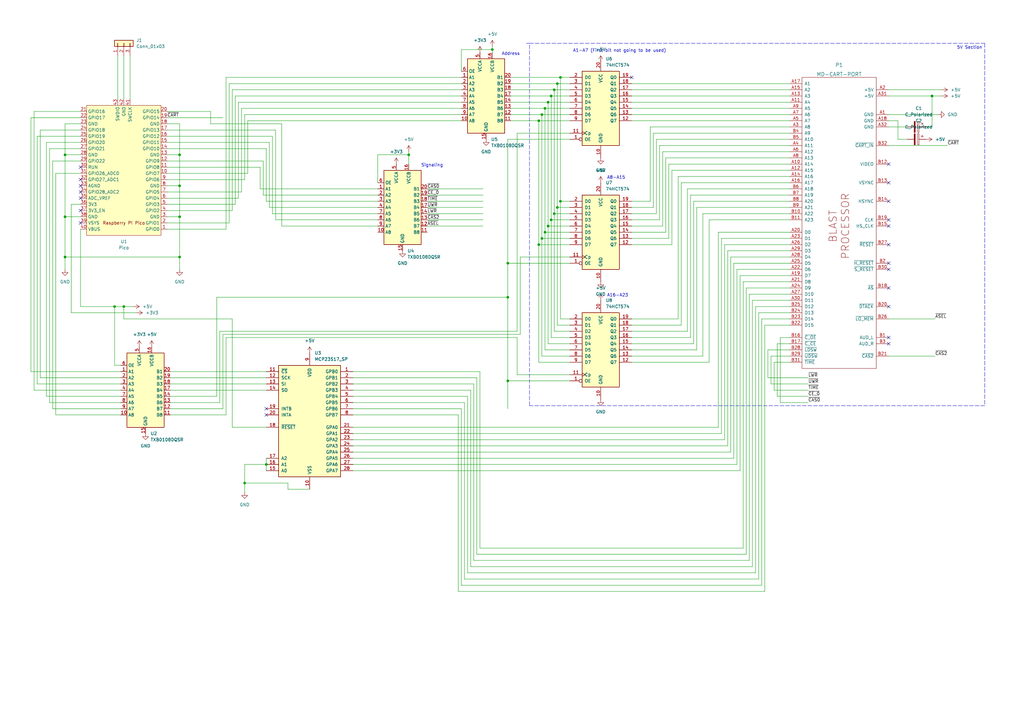
<source format=kicad_sch>
(kicad_sch (version 20211123) (generator eeschema)
  (paper "A3")
  (title_block (title "MD-Compatible Cartridge Dumper") (date "2022-02-08") (rev "A") (company "Team Digital Fairy") (comment 1 "This is a schematic file"))
  (lib_symbols
    (symbol "74xx:74HCT574" (pin_names (offset 1.016))
      (property "Reference" "U" (at -7.62 16.51 0))
      (property "Value" "74HCT574" (at -7.62 -16.51 0))
      (symbol "74HCT574_1_0"
        (pin input inverted (at -12.7 -12.7 0) (length 5.08) (name "OE") (number "1"))
        (pin power_in line (at 0 -20.32 90) (length 5.08) (name "GND") (number "10"))
        (pin input clock (at -12.7 -10.16 0) (length 5.08) (name "Cp") (number "11"))
        (pin tri_state line (at 12.7 -5.08 180) (length 5.08) (name "Q7") (number "12"))
        (pin tri_state line (at 12.7 -2.54 180) (length 5.08) (name "Q6") (number "13"))
        (pin tri_state line (at 12.7 0 180) (length 5.08) (name "Q5") (number "14"))
        (pin tri_state line (at 12.7 2.54 180) (length 5.08) (name "Q4") (number "15"))
        (pin tri_state line (at 12.7 5.08 180) (length 5.08) (name "Q3") (number "16"))
        (pin tri_state line (at 12.7 7.62 180) (length 5.08) (name "Q2") (number "17"))
        (pin tri_state line (at 12.7 10.16 180) (length 5.08) (name "Q1") (number "18"))
        (pin tri_state line (at 12.7 12.7 180) (length 5.08) (name "Q0") (number "19"))
        (pin input line (at -12.7 12.7 0) (length 5.08) (name "D0") (number "2"))
        (pin power_in line (at 0 20.32 270) (length 5.08) (name "VCC") (number "20"))
        (pin input line (at -12.7 10.16 0) (length 5.08) (name "D1") (number "3"))
        (pin input line (at -12.7 7.62 0) (length 5.08) (name "D2") (number "4"))
        (pin input line (at -12.7 5.08 0) (length 5.08) (name "D3") (number "5"))
        (pin input line (at -12.7 2.54 0) (length 5.08) (name "D4") (number "6"))
        (pin input line (at -12.7 0 0) (length 5.08) (name "D5") (number "7"))
        (pin input line (at -12.7 -2.54 0) (length 5.08) (name "D6") (number "8"))
        (pin input line (at -12.7 -5.08 0) (length 5.08) (name "D7") (number "9"))
      )
      (symbol "74HCT574_1_1"
        (rectangle (start -7.62 15.24) (end 7.62 -15.24) (stroke (width 0.254)) (fill (type background)))
      )
    )
    (symbol "Connector_Generic:Conn_01x03" (pin_names (offset 1.016) hide)
      (property "Reference" "J" (at 0 5.08 0))
      (property "Value" "Conn_01x03" (at 0 -5.08 0))
      (symbol "Conn_01x03_1_1"
        (rectangle (start -1.27 -2.413) (end 0 -2.667) (stroke (width 0.1524)))
        (rectangle (start -1.27 0.127) (end 0 -0.127) (stroke (width 0.1524)))
        (rectangle (start -1.27 2.667) (end 0 2.413) (stroke (width 0.1524)))
        (rectangle (start -1.27 3.81) (end 1.27 -3.81) (stroke (width 0.254)) (fill (type background)))
        (pin passive line (at -5.08 2.54 0) (length 3.81) (name "Pin_1") (number "1"))
        (pin passive line (at -5.08 0 0) (length 3.81) (name "Pin_2") (number "2"))
        (pin passive line (at -5.08 -2.54 0) (length 3.81) (name "Pin_3") (number "3"))
      )
    )
    (symbol "Device:C_Polarized" (pin_numbers hide) (pin_names (offset 0.254))
      (property "Reference" "C" (at 0.635 2.54 0))
      (property "Value" "C_Polarized" (at 0.635 -2.54 0))
      (symbol "C_Polarized_0_1"
        (rectangle (start -2.286 0.508) (end 2.286 1.016))
        (polyline (pts (xy -1.778 2.286) (xy -0.762 2.286)))
        (polyline (pts (xy -1.27 2.794) (xy -1.27 1.778)))
        (rectangle (start 2.286 -0.508) (end -2.286 -1.016) (fill (type outline)))
      )
      (symbol "C_Polarized_1_1"
        (pin passive line (at 0 3.81 270) (length 2.794) (name "~") (number "1"))
        (pin passive line (at 0 -3.81 90) (length 2.794) (name "~") (number "2"))
      )
    )
    (symbol "Interface_Expansion:MCP23S17_SP" (pin_names (offset 1.016))
      (property "Reference" "U" (at -11.43 24.13 0))
      (property "Value" "MCP23S17_SP" (at 0 0 0))
      (symbol "MCP23S17_SP_0_1"
        (rectangle (start -12.7 22.86) (end 12.7 -22.86) (stroke (width 0.254)) (fill (type background)))
      )
      (symbol "MCP23S17_SP_1_1"
        (pin bidirectional line (at 17.78 20.32 180) (length 5.08) (name "GPB0") (number "1"))
        (pin power_in line (at 0 -27.94 90) (length 5.08) (name "VSS") (number "10"))
        (pin input line (at -17.78 20.32 0) (length 5.08) (name "~{CS}") (number "11"))
        (pin input line (at -17.78 17.78 0) (length 5.08) (name "SCK") (number "12"))
        (pin input line (at -17.78 15.24 0) (length 5.08) (name "SI") (number "13"))
        (pin output line (at -17.78 12.7 0) (length 5.08) (name "SO") (number "14"))
        (pin input line (at -17.78 -20.32 0) (length 5.08) (name "A0") (number "15"))
        (pin input line (at -17.78 -17.78 0) (length 5.08) (name "A1") (number "16"))
        (pin input line (at -17.78 -15.24 0) (length 5.08) (name "A2") (number "17"))
        (pin input line (at -17.78 -2.54 0) (length 5.08) (name "~{RESET}") (number "18"))
        (pin tri_state line (at -17.78 5.08 0) (length 5.08) (name "INTB") (number "19"))
        (pin bidirectional line (at 17.78 17.78 180) (length 5.08) (name "GPB1") (number "2"))
        (pin tri_state line (at -17.78 2.54 0) (length 5.08) (name "INTA") (number "20"))
        (pin bidirectional line (at 17.78 -2.54 180) (length 5.08) (name "GPA0") (number "21"))
        (pin bidirectional line (at 17.78 -5.08 180) (length 5.08) (name "GPA1") (number "22"))
        (pin bidirectional line (at 17.78 -7.62 180) (length 5.08) (name "GPA2") (number "23"))
        (pin bidirectional line (at 17.78 -10.16 180) (length 5.08) (name "GPA3") (number "24"))
        (pin bidirectional line (at 17.78 -12.7 180) (length 5.08) (name "GPA4") (number "25"))
        (pin bidirectional line (at 17.78 -15.24 180) (length 5.08) (name "GPA5") (number "26"))
        (pin bidirectional line (at 17.78 -17.78 180) (length 5.08) (name "GPA6") (number "27"))
        (pin bidirectional line (at 17.78 -20.32 180) (length 5.08) (name "GPA7") (number "28"))
        (pin bidirectional line (at 17.78 15.24 180) (length 5.08) (name "GPB2") (number "3"))
        (pin bidirectional line (at 17.78 12.7 180) (length 5.08) (name "GPB3") (number "4"))
        (pin bidirectional line (at 17.78 10.16 180) (length 5.08) (name "GPB4") (number "5"))
        (pin bidirectional line (at 17.78 7.62 180) (length 5.08) (name "GPB5") (number "6"))
        (pin bidirectional line (at 17.78 5.08 180) (length 5.08) (name "GPB6") (number "7"))
        (pin bidirectional line (at 17.78 2.54 180) (length 5.08) (name "GPB7") (number "8"))
        (pin power_in line (at 0 27.94 270) (length 5.08) (name "VDD") (number "9"))
      )
    )
    (symbol "Logic_LevelTranslator:TXB0108DQSR"
      (property "Reference" "U" (at -6.35 16.51 0))
      (property "Value" "TXB0108DQSR" (at 3.81 16.51 0))
      (symbol "TXB0108DQSR_0_1"
        (rectangle (start -7.62 15.24) (end 7.62 -15.24) (stroke (width 0.254)) (fill (type background)))
      )
      (symbol "TXB0108DQSR_1_1"
        (pin bidirectional line (at -10.16 7.62 0) (length 2.54) (name "A1") (number "1"))
        (pin bidirectional line (at -10.16 -10.16 0) (length 2.54) (name "A8") (number "10"))
        (pin bidirectional line (at 10.16 -10.16 180) (length 2.54) (name "B8") (number "11"))
        (pin bidirectional line (at 10.16 -7.62 180) (length 2.54) (name "B7") (number "12"))
        (pin bidirectional line (at 10.16 -5.08 180) (length 2.54) (name "B6") (number "13"))
        (pin bidirectional line (at 10.16 -2.54 180) (length 2.54) (name "B5") (number "14"))
        (pin power_in line (at 0 -17.78 90) (length 2.54) (name "GND") (number "15"))
        (pin power_in line (at 2.54 17.78 270) (length 2.54) (name "VCCB") (number "16"))
        (pin bidirectional line (at 10.16 0 180) (length 2.54) (name "B4") (number "17"))
        (pin bidirectional line (at 10.16 2.54 180) (length 2.54) (name "B3") (number "18"))
        (pin bidirectional line (at 10.16 5.08 180) (length 2.54) (name "B2") (number "19"))
        (pin bidirectional line (at -10.16 5.08 0) (length 2.54) (name "A2") (number "2"))
        (pin bidirectional line (at 10.16 7.62 180) (length 2.54) (name "B1") (number "20"))
        (pin bidirectional line (at -10.16 2.54 0) (length 2.54) (name "A3") (number "3"))
        (pin bidirectional line (at -10.16 0 0) (length 2.54) (name "A4") (number "4"))
        (pin power_in line (at -2.54 17.78 270) (length 2.54) (name "VCCA") (number "5"))
        (pin input line (at -10.16 10.16 0) (length 2.54) (name "OE") (number "6"))
        (pin bidirectional line (at -10.16 -2.54 0) (length 2.54) (name "A5") (number "7"))
        (pin bidirectional line (at -10.16 -5.08 0) (length 2.54) (name "A6") (number "8"))
        (pin bidirectional line (at -10.16 -7.62 0) (length 2.54) (name "A7") (number "9"))
      )
    )
    (symbol "MCU_RaspberryPi_and_Boards:Pico"
      (property "Reference" "U" (at -13.97 27.94 0))
      (property "Value" "Pico" (at 0 19.05 0))
      (symbol "Pico_0_0"
        (text "Raspberry Pi Pico" (at 0 21.59 0) (effects (font (size 1.27 1.27))))
      )
      (symbol "Pico_0_1"
        (rectangle (start -15.24 26.67) (end 15.24 -26.67) (fill (type background)))
      )
      (symbol "Pico_1_1"
        (pin bidirectional line (at -17.78 24.13 0) (length 2.54) (name "GPIO0") (number "1"))
        (pin bidirectional line (at -17.78 1.27 0) (length 2.54) (name "GPIO7") (number "10"))
        (pin bidirectional line (at -17.78 -1.27 0) (length 2.54) (name "GPIO8") (number "11"))
        (pin bidirectional line (at -17.78 -3.81 0) (length 2.54) (name "GPIO9") (number "12"))
        (pin power_in line (at -17.78 -6.35 0) (length 2.54) (name "GND") (number "13"))
        (pin bidirectional line (at -17.78 -8.89 0) (length 2.54) (name "GPIO10") (number "14"))
        (pin bidirectional line (at -17.78 -11.43 0) (length 2.54) (name "GPIO11") (number "15"))
        (pin bidirectional line (at -17.78 -13.97 0) (length 2.54) (name "GPIO12") (number "16"))
        (pin bidirectional line (at -17.78 -16.51 0) (length 2.54) (name "GPIO13") (number "17"))
        (pin power_in line (at -17.78 -19.05 0) (length 2.54) (name "GND") (number "18"))
        (pin bidirectional line (at -17.78 -21.59 0) (length 2.54) (name "GPIO14") (number "19"))
        (pin bidirectional line (at -17.78 21.59 0) (length 2.54) (name "GPIO1") (number "2"))
        (pin bidirectional line (at -17.78 -24.13 0) (length 2.54) (name "GPIO15") (number "20"))
        (pin bidirectional line (at 17.78 -24.13 180) (length 2.54) (name "GPIO16") (number "21"))
        (pin bidirectional line (at 17.78 -21.59 180) (length 2.54) (name "GPIO17") (number "22"))
        (pin power_in line (at 17.78 -19.05 180) (length 2.54) (name "GND") (number "23"))
        (pin bidirectional line (at 17.78 -16.51 180) (length 2.54) (name "GPIO18") (number "24"))
        (pin bidirectional line (at 17.78 -13.97 180) (length 2.54) (name "GPIO19") (number "25"))
        (pin bidirectional line (at 17.78 -11.43 180) (length 2.54) (name "GPIO20") (number "26"))
        (pin bidirectional line (at 17.78 -8.89 180) (length 2.54) (name "GPIO21") (number "27"))
        (pin power_in line (at 17.78 -6.35 180) (length 2.54) (name "GND") (number "28"))
        (pin bidirectional line (at 17.78 -3.81 180) (length 2.54) (name "GPIO22") (number "29"))
        (pin power_in line (at -17.78 19.05 0) (length 2.54) (name "GND") (number "3"))
        (pin input line (at 17.78 -1.27 180) (length 2.54) (name "RUN") (number "30"))
        (pin bidirectional line (at 17.78 1.27 180) (length 2.54) (name "GPIO26_ADC0") (number "31"))
        (pin bidirectional line (at 17.78 3.81 180) (length 2.54) (name "GPIO27_ADC1") (number "32"))
        (pin power_in line (at 17.78 6.35 180) (length 2.54) (name "AGND") (number "33"))
        (pin bidirectional line (at 17.78 8.89 180) (length 2.54) (name "GPIO28_ADC2") (number "34"))
        (pin power_in line (at 17.78 11.43 180) (length 2.54) (name "ADC_VREF") (number "35"))
        (pin power_in line (at 17.78 13.97 180) (length 2.54) (name "3V3") (number "36"))
        (pin input line (at 17.78 16.51 180) (length 2.54) (name "3V3_EN") (number "37"))
        (pin bidirectional line (at 17.78 19.05 180) (length 2.54) (name "GND") (number "38"))
        (pin power_in line (at 17.78 21.59 180) (length 2.54) (name "VSYS") (number "39"))
        (pin bidirectional line (at -17.78 16.51 0) (length 2.54) (name "GPIO2") (number "4"))
        (pin power_in line (at 17.78 24.13 180) (length 2.54) (name "VBUS") (number "40"))
        (pin input line (at -2.54 -29.21 90) (length 2.54) (name "SWCLK") (number "41"))
        (pin power_in line (at 0 -29.21 90) (length 2.54) (name "GND") (number "42"))
        (pin bidirectional line (at 2.54 -29.21 90) (length 2.54) (name "SWDIO") (number "43"))
        (pin bidirectional line (at -17.78 13.97 0) (length 2.54) (name "GPIO3") (number "5"))
        (pin bidirectional line (at -17.78 11.43 0) (length 2.54) (name "GPIO4") (number "6"))
        (pin bidirectional line (at -17.78 8.89 0) (length 2.54) (name "GPIO5") (number "7"))
        (pin power_in line (at -17.78 6.35 0) (length 2.54) (name "GND") (number "8"))
        (pin bidirectional line (at -17.78 3.81 0) (length 2.54) (name "GPIO6") (number "9"))
      )
    )
    (symbol "MD-CART-PORT_1" (pin_names (offset 1.016))
      (property "Reference" "P" (at 13.97 62.23 0))
      (property "Value" "MD-CART-PORT_1" (at 3.81 -59.69 0))
      (symbol "MD-CART-PORT_1_0_0"
        (text "BLAST" (at -2.54 0 900) (effects (font (size 3.048 3.048))))
        (text "PROCESSOR" (at 2.54 0 900) (effects (font (size 3.048 3.048))))
      )
      (symbol "MD-CART-PORT_1_0_1"
        (rectangle (start 15.24 60.96) (end -15.24 -58.42))
      )
      (symbol "MD-CART-PORT_1_1_1"
        (pin power_in line (at 20.32 45.72 180) (length 5.08) (name "GND") (number "A1"))
        (pin input line (at -20.32 25.4 0) (length 5.08) (name "A14") (number "A10"))
        (pin input line (at -20.32 50.8 0) (length 5.08) (name "A4") (number "A11"))
        (pin input line (at -20.32 22.86 0) (length 5.08) (name "A15") (number "A12"))
        (pin input line (at -20.32 53.34 0) (length 5.08) (name "A3") (number "A13"))
        (pin input line (at -20.32 20.32 0) (length 5.08) (name "A16") (number "A14"))
        (pin input line (at -20.32 55.88 0) (length 5.08) (name "A2") (number "A15"))
        (pin input line (at -20.32 17.78 0) (length 5.08) (name "A17") (number "A16"))
        (pin input line (at -20.32 58.42 0) (length 5.08) (name "A1") (number "A17"))
        (pin power_in line (at 20.32 43.18 180) (length 5.08) (name "GND") (number "A18"))
        (pin tri_state line (at -20.32 -20.32 0) (length 5.08) (name "D7") (number "A19"))
        (pin power_in line (at 20.32 55.88 180) (length 5.08) (name "+5V") (number "A2"))
        (pin tri_state line (at -20.32 -2.54 0) (length 5.08) (name "D0") (number "A20"))
        (pin tri_state line (at -20.32 -22.86 0) (length 5.08) (name "D8") (number "A21"))
        (pin tri_state line (at -20.32 -17.78 0) (length 5.08) (name "D6") (number "A22"))
        (pin tri_state line (at -20.32 -5.08 0) (length 5.08) (name "D1") (number "A23"))
        (pin tri_state line (at -20.32 -25.4 0) (length 5.08) (name "D9") (number "A24"))
        (pin tri_state line (at -20.32 -15.24 0) (length 5.08) (name "D5") (number "A25"))
        (pin tri_state line (at -20.32 -7.62 0) (length 5.08) (name "D2") (number "A26"))
        (pin tri_state line (at -20.32 -27.94 0) (length 5.08) (name "D10") (number "A27"))
        (pin tri_state line (at -20.32 -12.7 0) (length 5.08) (name "D4") (number "A28"))
        (pin tri_state line (at -20.32 -10.16 0) (length 5.08) (name "D3") (number "A29"))
        (pin input line (at -20.32 40.64 0) (length 5.08) (name "A8") (number "A3"))
        (pin tri_state line (at -20.32 -30.48 0) (length 5.08) (name "D11") (number "A30"))
        (pin power_in line (at 20.32 53.34 180) (length 5.08) (name "+5V") (number "A31"))
        (pin power_in line (at 20.32 40.64 180) (length 5.08) (name "GND") (number "A32"))
        (pin input line (at -20.32 33.02 0) (length 5.08) (name "A11") (number "A4"))
        (pin input line (at -20.32 43.18 0) (length 5.08) (name "A7") (number "A5"))
        (pin input line (at -20.32 30.48 0) (length 5.08) (name "A12") (number "A6"))
        (pin input line (at -20.32 45.72 0) (length 5.08) (name "A6") (number "A7"))
        (pin input line (at -20.32 27.94 0) (length 5.08) (name "A13") (number "A8"))
        (pin input line (at -20.32 48.26 0) (length 5.08) (name "A5") (number "A9"))
        (pin passive line (at 20.32 -45.72 180) (length 5.08) (name "AUD_L") (number "B1"))
        (pin input line (at -20.32 5.08 0) (length 5.08) (name "A22") (number "B10"))
        (pin input line (at -20.32 2.54 0) (length 5.08) (name "A23") (number "B11"))
        (pin passive line (at 20.32 25.4 180) (length 5.08) (name "VIDEO") (number "B12"))
        (pin input line (at 20.32 17.78 180) (length 5.08) (name "VSYNC") (number "B13"))
        (pin input line (at 20.32 10.16 180) (length 5.08) (name "HSYNC") (number "B14"))
        (pin input line (at 20.32 0 180) (length 5.08) (name "HS_CLK") (number "B15"))
        (pin input line (at -20.32 -45.72 0) (length 5.08) (name "~{C_OE}") (number "B16"))
        (pin input line (at -20.32 -48.26 0) (length 5.08) (name "~{C_CE}") (number "B17"))
        (pin input line (at 20.32 -25.4 180) (length 5.08) (name "~{AS}") (number "B18"))
        (pin input line (at 20.32 2.54 180) (length 5.08) (name "CLK") (number "B19"))
        (pin output line (at 20.32 -15.24 180) (length 5.08) (name "~{H_RESET}") (number "B2"))
        (pin output line (at 20.32 -33.02 180) (length 5.08) (name "~{DTACK}") (number "B20"))
        (pin input line (at 20.32 -53.34 180) (length 5.08) (name "~{CAS2}") (number "B21"))
        (pin tri_state line (at -20.32 -40.64 0) (length 5.08) (name "D15") (number "B22"))
        (pin tri_state line (at -20.32 -38.1 0) (length 5.08) (name "D14") (number "B23"))
        (pin tri_state line (at -20.32 -35.56 0) (length 5.08) (name "D13") (number "B24"))
        (pin tri_state line (at -20.32 -33.02 0) (length 5.08) (name "D12") (number "B25"))
        (pin input line (at 20.32 -38.1 180) (length 5.08) (name "~{LO_MEM}") (number "B26"))
        (pin input line (at 20.32 -7.62 180) (length 5.08) (name "~{RESET}") (number "B27"))
        (pin input line (at -20.32 -50.8 0) (length 5.08) (name "~{LDSW}") (number "B28"))
        (pin input line (at -20.32 -53.34 0) (length 5.08) (name "~{UDSW}") (number "B29"))
        (pin passive line (at 20.32 -48.26 180) (length 5.08) (name "AUD_R") (number "B3"))
        (pin output line (at 20.32 -17.78 180) (length 5.08) (name "~{S_RESET}") (number "B30"))
        (pin input line (at -20.32 -55.88 0) (length 5.08) (name "~{TIME}") (number "B31"))
        (pin output line (at 20.32 33.02 180) (length 5.08) (name "~{CART_IN}") (number "B32"))
        (pin input line (at -20.32 38.1 0) (length 5.08) (name "A9") (number "B4"))
        (pin input line (at -20.32 35.56 0) (length 5.08) (name "A10") (number "B5"))
        (pin input line (at -20.32 15.24 0) (length 5.08) (name "A18") (number "B6"))
        (pin input line (at -20.32 12.7 0) (length 5.08) (name "A19") (number "B7"))
        (pin input line (at -20.32 10.16 0) (length 5.08) (name "A20") (number "B8"))
        (pin input line (at -20.32 7.62 0) (length 5.08) (name "A21") (number "B9"))
      )
    )
    (symbol "power:+3.3V" (power) (pin_names (offset 0))
      (property "Value" "+3.3V" (at 0 3.556 0))
      (symbol "+3.3V_0_1"
        (polyline (pts (xy -0.762 1.27) (xy 0 2.54)))
        (polyline (pts (xy 0 0) (xy 0 2.54)))
        (polyline (pts (xy 0 2.54) (xy 0.762 1.27)))
      )
      (symbol "+3.3V_1_1"
        (pin power_in line (at 0 0 90) (length 0) hide (name "+3V3") (number "1"))
      )
    )
    (symbol "power:+5V" (power) (pin_names (offset 0))
      (property "Value" "+5V" (at 0 3.556 0))
      (symbol "+5V_0_1"
        (polyline (pts (xy -0.762 1.27) (xy 0 2.54)))
        (polyline (pts (xy 0 0) (xy 0 2.54)))
        (polyline (pts (xy 0 2.54) (xy 0.762 1.27)))
      )
      (symbol "+5V_1_1"
        (pin power_in line (at 0 0 90) (length 0) hide (name "+5V") (number "1"))
      )
    )
    (symbol "power:GND" (power) (pin_names (offset 0))
      (property "Value" "GND" (at 0 -3.81 0))
      (symbol "GND_0_1"
        (polyline (pts (xy 0 0) (xy 0 -1.27) (xy 1.27 -1.27) (xy 0 -2.54) (xy -1.27 -1.27) (xy 0 -1.27)))
      )
      (symbol "GND_1_1"
        (pin power_in line (at 0 0 270) (length 0) hide (name "GND") (number "1"))
      )
    )
  )
  (junction (at 226.06 90.17))
  (junction (at 226.06 39.37))
  (junction (at 224.79 92.71))
  (junction (at 220.98 100.33))
  (junction (at 73.66 88.9))
  (junction (at 73.66 105.41))
  (junction (at 229.87 82.55))
  (junction (at 223.52 44.45))
  (junction (at 223.52 95.25))
  (junction (at 228.6 85.09))
  (junction (at 167.64 63.5))
  (junction (at 26.67 88.9))
  (junction (at 222.25 97.79))
  (junction (at 227.33 36.83))
  (junction (at 26.67 63.5))
  (junction (at 208.28 121.92))
  (junction (at 26.67 105.41))
  (junction (at 201.93 20.32))
  (junction (at 222.25 46.99))
  (junction (at 208.28 107.95))
  (junction (at 229.87 31.75))
  (junction (at 109.22 190.5))
  (junction (at 224.79 41.91))
  (junction (at 382.27 39.37))
  (junction (at 208.28 156.21))
  (junction (at 220.98 49.53))
  (junction (at 228.6 34.29))
  (junction (at 73.66 76.2))
  (junction (at 73.66 63.5))
  (junction (at 100.33 198.12))
  (junction (at 227.33 87.63))
  (junction (at 46.99 125.73))
  (junction (at 50.8 125.73))
  (no_connect (at 109.22 170.18))
  (no_connect (at 109.22 167.64))
  (no_connect (at 33.02 68.58))
  (no_connect (at 259.08 31.75))
  (no_connect (at 33.02 91.44))
  (no_connect (at 33.02 73.66))
  (no_connect (at 33.02 78.74))
  (no_connect (at 33.02 81.28))
  (no_connect (at 33.02 76.2))
  (no_connect (at 33.02 86.36))
  (no_connect (at 364.49 67.31))
  (no_connect (at 364.49 74.93))
  (no_connect (at 364.49 125.73))
  (no_connect (at 364.49 118.11))
  (no_connect (at 364.49 138.43))
  (no_connect (at 364.49 140.97))
  (no_connect (at 364.49 110.49))
  (no_connect (at 364.49 107.95))
  (no_connect (at 364.49 100.33))
  (no_connect (at 364.49 92.71))
  (no_connect (at 364.49 90.17))
  (no_connect (at 364.49 82.55))
  (wire (pts (xy 368.3 57.15) (xy 368.3 49.53)))
  (wire (pts (xy 113.03 90.17) (xy 113.03 53.34)))
  (wire (pts (xy 33.02 60.96) (xy 20.32 60.96)))
  (wire (pts (xy 101.6 49.53) (xy 101.6 71.12)))
  (wire (pts (xy 271.78 92.71) (xy 259.08 92.71)))
  (wire (pts (xy 144.78 167.64) (xy 189.23 167.64)))
  (wire (pts (xy 299.72 185.42) (xy 144.78 185.42)))
  (wire (pts (xy 15.24 55.88) (xy 33.02 55.88)))
  (wire (pts (xy 259.08 85.09) (xy 267.97 85.09)))
  (wire (pts (xy 50.8 125.73) (xy 54.61 125.73)))
  (wire (pts (xy 106.68 77.47) (xy 154.94 77.47)))
  (wire (pts (xy 195.58 227.33) (xy 306.07 227.33)))
  (wire (pts (xy 259.08 90.17) (xy 270.51 90.17)))
  (wire (pts (xy 208.28 156.21) (xy 208.28 167.64)))
  (wire (pts (xy 175.26 87.63) (xy 198.12 87.63)))
  (wire (pts (xy 68.58 63.5) (xy 73.66 63.5)))
  (wire (pts (xy 69.85 167.64) (xy 91.44 167.64)))
  (wire (pts (xy 224.79 92.71) (xy 224.79 41.91)))
  (wire (pts (xy 22.86 170.18) (xy 49.53 170.18)))
  (wire (pts (xy 323.85 138.43) (xy 320.04 138.43)))
  (wire (pts (xy 259.08 135.89) (xy 281.94 135.89)))
  (wire (pts (xy 167.64 63.5) (xy 167.64 67.31)))
  (wire (pts (xy 95.25 86.36) (xy 95.25 36.83)))
  (wire (pts (xy 154.94 74.93) (xy 154.94 63.5)))
  (wire (pts (xy 33.02 93.98) (xy 33.02 125.73)))
  (wire (pts (xy 144.78 193.04) (xy 303.53 193.04)))
  (wire (pts (xy 144.78 182.88) (xy 298.45 182.88)))
  (wire (pts (xy 97.79 81.28) (xy 97.79 41.91)))
  (wire (pts (xy 68.58 73.66) (xy 100.33 73.66)))
  (wire (pts (xy 266.7 82.55) (xy 259.08 82.55)))
  (wire (pts (xy 209.55 34.29) (xy 228.6 34.29)))
  (wire (pts (xy 323.85 85.09) (xy 285.75 85.09)))
  (wire (pts (xy 312.42 240.03) (xy 312.42 130.81)))
  (wire (pts (xy 93.98 34.29) (xy 189.23 34.29)))
  (wire (pts (xy 69.85 157.48) (xy 109.22 157.48)))
  (wire (pts (xy 298.45 182.88) (xy 298.45 102.87)))
  (wire (pts (xy 90.17 165.1) (xy 69.85 165.1)))
  (wire (pts (xy 233.68 57.15) (xy 208.28 57.15)))
  (wire (pts (xy 227.33 87.63) (xy 227.33 36.83)))
  (wire (pts (xy 294.64 175.26) (xy 144.78 175.26)))
  (wire (pts (xy 209.55 39.37) (xy 226.06 39.37)))
  (wire (pts (xy 323.85 74.93) (xy 279.4 74.93)))
  (wire (pts (xy 323.85 80.01) (xy 283.21 80.01)))
  (wire (pts (xy 273.05 95.25) (xy 273.05 64.77)))
  (wire (pts (xy 26.67 63.5) (xy 26.67 88.9)))
  (wire (pts (xy 212.09 138.43) (xy 92.71 138.43)))
  (wire (pts (xy 274.32 97.79) (xy 259.08 97.79)))
  (wire (pts (xy 304.8 224.79) (xy 304.8 115.57)))
  (wire (pts (xy 303.53 193.04) (xy 303.53 113.03)))
  (wire (pts (xy 320.04 165.1) (xy 331.47 165.1)))
  (wire (pts (xy 302.26 190.5) (xy 144.78 190.5)))
  (wire (pts (xy 364.49 52.07) (xy 372.11 52.07)))
  (wire (pts (xy 224.79 140.97) (xy 233.68 140.97)))
  (wire (pts (xy 288.29 87.63) (xy 323.85 87.63)))
  (wire (pts (xy 167.64 62.23) (xy 167.64 63.5)))
  (wire (pts (xy 364.49 46.99) (xy 384.81 46.99)))
  (wire (pts (xy 323.85 118.11) (xy 306.07 118.11)))
  (wire (pts (xy 320.04 138.43) (xy 320.04 165.1)))
  (wire (pts (xy 191.77 234.95) (xy 309.88 234.95)))
  (wire (pts (xy 281.94 77.47) (xy 323.85 77.47)))
  (wire (pts (xy 196.85 152.4) (xy 144.78 152.4)))
  (wire (pts (xy 118.11 200.66) (xy 127 200.66)))
  (wire (pts (xy 312.42 130.81) (xy 323.85 130.81)))
  (wire (pts (xy 144.78 160.02) (xy 193.04 160.02)))
  (wire (pts (xy 190.5 237.49) (xy 311.15 237.49)))
  (wire (pts (xy 144.78 154.94) (xy 195.58 154.94)))
  (wire (pts (xy 223.52 143.51) (xy 233.68 143.51)))
  (wire (pts (xy 26.67 105.41) (xy 26.67 110.49)))
  (wire (pts (xy 107.95 66.04) (xy 68.58 66.04)))
  (wire (pts (xy 92.71 138.43) (xy 92.71 170.18)))
  (wire (pts (xy 228.6 85.09) (xy 228.6 133.35)))
  (wire (pts (xy 68.58 76.2) (xy 73.66 76.2)))
  (wire (pts (xy 290.83 90.17) (xy 290.83 148.59)))
  (wire (pts (xy 266.7 52.07) (xy 266.7 82.55)))
  (wire (pts (xy 364.49 59.69) (xy 388.62 59.69)))
  (wire (pts (xy 97.79 41.91) (xy 189.23 41.91)))
  (wire (pts (xy 233.68 153.67) (xy 212.09 153.67)))
  (wire (pts (xy 96.52 39.37) (xy 96.52 83.82)))
  (wire (pts (xy 201.93 20.32) (xy 201.93 21.59)))
  (wire (pts (xy 306.07 118.11) (xy 306.07 227.33)))
  (wire (pts (xy 50.8 22.86) (xy 50.8 40.64)))
  (wire (pts (xy 372.11 57.15) (xy 368.3 57.15)))
  (wire (pts (xy 154.94 80.01) (xy 107.95 80.01)))
  (wire (pts (xy 187.96 170.18) (xy 144.78 170.18)))
  (wire (pts (xy 100.33 190.5) (xy 100.33 198.12)))
  (wire (pts (xy 323.85 67.31) (xy 274.32 67.31)))
  (wire (pts (xy 109.22 60.96) (xy 109.22 82.55)))
  (wire (pts (xy 13.97 160.02) (xy 49.53 160.02)))
  (wire (pts (xy 46.99 125.73) (xy 46.99 149.86)))
  (wire (pts (xy 267.97 54.61) (xy 323.85 54.61)))
  (wire (pts (xy 228.6 85.09) (xy 228.6 34.29)))
  (wire (pts (xy 29.21 128.27) (xy 55.88 128.27)))
  (wire (pts (xy 73.66 105.41) (xy 73.66 110.49)))
  (wire (pts (xy 323.85 110.49) (xy 302.26 110.49)))
  (wire (pts (xy 154.94 85.09) (xy 110.49 85.09)))
  (wire (pts (xy 49.53 157.48) (xy 15.24 157.48)))
  (wire (pts (xy 259.08 34.29) (xy 323.85 34.29)))
  (wire (pts (xy 193.04 160.02) (xy 193.04 232.41)))
  (wire (pts (xy 115.57 50.8) (xy 115.57 92.71)))
  (wire (pts (xy 109.22 187.96) (xy 109.22 190.5)))
  (wire (pts (xy 283.21 138.43) (xy 259.08 138.43)))
  (wire (pts (xy 279.4 74.93) (xy 279.4 133.35)))
  (wire (pts (xy 323.85 148.59) (xy 317.5 148.59)))
  (wire (pts (xy 191.77 162.56) (xy 144.78 162.56)))
  (wire (pts (xy 267.97 85.09) (xy 267.97 54.61)))
  (wire (pts (xy 222.25 46.99) (xy 233.68 46.99)))
  (wire (pts (xy 144.78 177.8) (xy 295.91 177.8)))
  (wire (pts (xy 26.67 88.9) (xy 33.02 88.9)))
  (wire (pts (xy 379.73 52.07) (xy 382.27 52.07)))
  (wire (pts (xy 209.55 46.99) (xy 222.25 46.99)))
  (wire (pts (xy 154.94 63.5) (xy 167.64 63.5)))
  (wire (pts (xy 279.4 133.35) (xy 259.08 133.35)))
  (wire (pts (xy 226.06 138.43) (xy 233.68 138.43)))
  (wire (pts (xy 300.99 187.96) (xy 300.99 107.95)))
  (wire (pts (xy 144.78 187.96) (xy 300.99 187.96)))
  (polyline (pts (xy 217.17 166.37) (xy 217.17 17.78)))
  (wire (pts (xy 313.69 133.35) (xy 313.69 242.57)))
  (wire (pts (xy 175.26 77.47) (xy 198.12 77.47)))
  (wire (pts (xy 233.68 146.05) (xy 222.25 146.05)))
  (wire (pts (xy 364.49 146.05) (xy 383.54 146.05)))
  (wire (pts (xy 99.06 78.74) (xy 68.58 78.74)))
  (wire (pts (xy 259.08 39.37) (xy 323.85 39.37)))
  (wire (pts (xy 271.78 62.23) (xy 271.78 92.71)))
  (wire (pts (xy 110.49 58.42) (xy 68.58 58.42)))
  (wire (pts (xy 73.66 88.9) (xy 73.66 105.41)))
  (wire (pts (xy 69.85 152.4) (xy 109.22 152.4)))
  (wire (pts (xy 275.59 69.85) (xy 323.85 69.85)))
  (wire (pts (xy 233.68 82.55) (xy 229.87 82.55)))
  (wire (pts (xy 96.52 83.82) (xy 68.58 83.82)))
  (wire (pts (xy 364.49 36.83) (xy 386.08 36.83)))
  (wire (pts (xy 16.51 53.34) (xy 16.51 154.94)))
  (wire (pts (xy 193.04 232.41) (xy 308.61 232.41)))
  (wire (pts (xy 154.94 90.17) (xy 113.03 90.17)))
  (wire (pts (xy 259.08 95.25) (xy 273.05 95.25)))
  (wire (pts (xy 12.7 152.4) (xy 12.7 48.26)))
  (polyline (pts (xy 217.17 17.78) (xy 403.86 17.78)))
  (wire (pts (xy 209.55 49.53) (xy 220.98 49.53)))
  (wire (pts (xy 323.85 100.33) (xy 297.18 100.33)))
  (wire (pts (xy 33.02 125.73) (xy 46.99 125.73)))
  (wire (pts (xy 189.23 20.32) (xy 201.93 20.32)))
  (wire (pts (xy 15.24 157.48) (xy 15.24 55.88)))
  (wire (pts (xy 196.85 224.79) (xy 304.8 224.79)))
  (wire (pts (xy 73.66 50.8) (xy 73.66 63.5)))
  (wire (pts (xy 33.02 50.8) (xy 26.67 50.8)))
  (wire (pts (xy 13.97 45.72) (xy 13.97 160.02)))
  (wire (pts (xy 111.76 87.63) (xy 154.94 87.63)))
  (wire (pts (xy 323.85 62.23) (xy 271.78 62.23)))
  (wire (pts (xy 21.59 167.64) (xy 21.59 66.04)))
  (wire (pts (xy 275.59 100.33) (xy 275.59 69.85)))
  (wire (pts (xy 288.29 146.05) (xy 288.29 87.63)))
  (polyline (pts (xy 403.86 166.37) (xy 217.17 166.37)))
  (wire (pts (xy 96.52 39.37) (xy 189.23 39.37)))
  (wire (pts (xy 323.85 95.25) (xy 294.64 95.25)))
  (wire (pts (xy 364.49 39.37) (xy 382.27 39.37)))
  (wire (pts (xy 189.23 167.64) (xy 189.23 240.03)))
  (wire (pts (xy 323.85 105.41) (xy 299.72 105.41)))
  (wire (pts (xy 281.94 135.89) (xy 281.94 77.47)))
  (wire (pts (xy 26.67 63.5) (xy 33.02 63.5)))
  (wire (pts (xy 68.58 88.9) (xy 73.66 88.9)))
  (wire (pts (xy 86.36 45.72) (xy 86.36 50.8)))
  (wire (pts (xy 194.31 157.48) (xy 144.78 157.48)))
  (wire (pts (xy 233.68 92.71) (xy 224.79 92.71)))
  (wire (pts (xy 317.5 148.59) (xy 317.5 160.02)))
  (wire (pts (xy 226.06 39.37) (xy 233.68 39.37)))
  (wire (pts (xy 101.6 71.12) (xy 68.58 71.12)))
  (wire (pts (xy 16.51 154.94) (xy 49.53 154.94)))
  (wire (pts (xy 323.85 133.35) (xy 313.69 133.35)))
  (polyline (pts (xy 215.9 17.78) (xy 217.17 17.78)))
  (wire (pts (xy 311.15 128.27) (xy 311.15 237.49)))
  (wire (pts (xy 212.09 153.67) (xy 212.09 138.43)))
  (wire (pts (xy 222.25 146.05) (xy 222.25 97.79)))
  (wire (pts (xy 323.85 57.15) (xy 269.24 57.15)))
  (wire (pts (xy 331.47 162.56) (xy 318.77 162.56)))
  (wire (pts (xy 227.33 135.89) (xy 233.68 135.89)))
  (wire (pts (xy 33.02 58.42) (xy 19.05 58.42)))
  (wire (pts (xy 68.58 55.88) (xy 111.76 55.88)))
  (wire (pts (xy 91.44 137.16) (xy 213.36 137.16)))
  (wire (pts (xy 109.22 82.55) (xy 154.94 82.55)))
  (wire (pts (xy 233.68 54.61) (xy 212.09 54.61)))
  (wire (pts (xy 233.68 87.63) (xy 227.33 87.63)))
  (wire (pts (xy 297.18 100.33) (xy 297.18 180.34)))
  (wire (pts (xy 364.49 49.53) (xy 368.3 49.53)))
  (wire (pts (xy 73.66 76.2) (xy 73.66 88.9)))
  (wire (pts (xy 226.06 90.17) (xy 226.06 138.43)))
  (wire (pts (xy 194.31 229.87) (xy 194.31 157.48)))
  (wire (pts (xy 229.87 130.81) (xy 233.68 130.81)))
  (wire (pts (xy 227.33 36.83) (xy 233.68 36.83)))
  (wire (pts (xy 49.53 152.4) (xy 12.7 152.4)))
  (wire (pts (xy 297.18 180.34) (xy 144.78 180.34)))
  (wire (pts (xy 323.85 52.07) (xy 266.7 52.07)))
  (wire (pts (xy 195.58 154.94) (xy 195.58 227.33)))
  (wire (pts (xy 220.98 100.33) (xy 220.98 148.59)))
  (wire (pts (xy 20.32 60.96) (xy 20.32 165.1)))
  (wire (pts (xy 33.02 83.82) (xy 29.21 83.82)))
  (wire (pts (xy 300.99 107.95) (xy 323.85 107.95)))
  (wire (pts (xy 68.58 68.58) (xy 106.68 68.58)))
  (wire (pts (xy 226.06 39.37) (xy 226.06 90.17)))
  (wire (pts (xy 382.27 52.07) (xy 382.27 39.37)))
  (wire (pts (xy 73.66 63.5) (xy 73.66 76.2)))
  (wire (pts (xy 227.33 87.63) (xy 227.33 135.89)))
  (wire (pts (xy 308.61 123.19) (xy 308.61 232.41)))
  (wire (pts (xy 259.08 44.45) (xy 323.85 44.45)))
  (wire (pts (xy 92.71 31.75) (xy 92.71 93.98)))
  (wire (pts (xy 107.95 80.01) (xy 107.95 66.04)))
  (wire (pts (xy 111.76 55.88) (xy 111.76 87.63)))
  (wire (pts (xy 175.26 85.09) (xy 198.12 85.09)))
  (wire (pts (xy 220.98 100.33) (xy 220.98 49.53)))
  (wire (pts (xy 21.59 66.04) (xy 33.02 66.04)))
  (wire (pts (xy 228.6 34.29) (xy 233.68 34.29)))
  (wire (pts (xy 20.32 165.1) (xy 49.53 165.1)))
  (wire (pts (xy 290.83 148.59) (xy 259.08 148.59)))
  (wire (pts (xy 314.96 143.51) (xy 314.96 154.94)))
  (wire (pts (xy 50.8 130.81) (xy 50.8 125.73)))
  (wire (pts (xy 229.87 82.55) (xy 229.87 130.81)))
  (wire (pts (xy 19.05 162.56) (xy 49.53 162.56)))
  (wire (pts (xy 26.67 105.41) (xy 73.66 105.41)))
  (wire (pts (xy 323.85 123.19) (xy 308.61 123.19)))
  (wire (pts (xy 208.28 107.95) (xy 208.28 121.92)))
  (wire (pts (xy 100.33 46.99) (xy 189.23 46.99)))
  (wire (pts (xy 190.5 237.49) (xy 190.5 165.1)))
  (wire (pts (xy 100.33 198.12) (xy 100.33 201.93)))
  (wire (pts (xy 196.85 224.79) (xy 196.85 152.4)))
  (wire (pts (xy 118.11 198.12) (xy 118.11 200.66)))
  (wire (pts (xy 302.26 110.49) (xy 302.26 190.5)))
  (wire (pts (xy 106.68 68.58) (xy 106.68 77.47)))
  (wire (pts (xy 269.24 57.15) (xy 269.24 87.63)))
  (wire (pts (xy 318.77 140.97) (xy 323.85 140.97)))
  (wire (pts (xy 323.85 143.51) (xy 314.96 143.51)))
  (wire (pts (xy 201.93 19.05) (xy 201.93 20.32)))
  (wire (pts (xy 95.25 130.81) (xy 50.8 130.81)))
  (wire (pts (xy 213.36 137.16) (xy 213.36 105.41)))
  (wire (pts (xy 316.23 146.05) (xy 316.23 157.48)))
  (wire (pts (xy 259.08 130.81) (xy 278.13 130.81)))
  (wire (pts (xy 69.85 154.94) (xy 109.22 154.94)))
  (wire (pts (xy 92.71 31.75) (xy 189.23 31.75)))
  (wire (pts (xy 68.58 86.36) (xy 95.25 86.36)))
  (wire (pts (xy 317.5 160.02) (xy 331.47 160.02)))
  (wire (pts (xy 233.68 100.33) (xy 220.98 100.33)))
  (wire (pts (xy 113.03 53.34) (xy 68.58 53.34)))
  (wire (pts (xy 233.68 85.09) (xy 228.6 85.09)))
  (wire (pts (xy 223.52 44.45) (xy 223.52 95.25)))
  (wire (pts (xy 270.51 59.69) (xy 323.85 59.69)))
  (wire (pts (xy 224.79 41.91) (xy 233.68 41.91)))
  (wire (pts (xy 259.08 49.53) (xy 323.85 49.53)))
  (wire (pts (xy 298.45 102.87) (xy 323.85 102.87)))
  (wire (pts (xy 95.25 175.26) (xy 95.25 130.81)))
  (wire (pts (xy 109.22 190.5) (xy 109.22 193.04)))
  (wire (pts (xy 175.26 80.01) (xy 198.12 80.01)))
  (wire (pts (xy 109.22 190.5) (xy 100.33 190.5)))
  (wire (pts (xy 304.8 115.57) (xy 323.85 115.57)))
  (wire (pts (xy 226.06 90.17) (xy 233.68 90.17)))
  (wire (pts (xy 223.52 95.25) (xy 223.52 143.51)))
  (wire (pts (xy 382.27 39.37) (xy 386.08 39.37)))
  (wire (pts (xy 209.55 31.75) (xy 229.87 31.75)))
  (wire (pts (xy 92.71 170.18) (xy 69.85 170.18)))
  (wire (pts (xy 270.51 90.17) (xy 270.51 59.69)))
  (wire (pts (xy 285.75 85.09) (xy 285.75 143.51)))
  (wire (pts (xy 33.02 53.34) (xy 16.51 53.34)))
  (wire (pts (xy 318.77 162.56) (xy 318.77 140.97)))
  (wire (pts (xy 259.08 100.33) (xy 275.59 100.33)))
  (wire (pts (xy 46.99 149.86) (xy 49.53 149.86)))
  (wire (pts (xy 88.9 162.56) (xy 69.85 162.56)))
  (wire (pts (xy 229.87 31.75) (xy 233.68 31.75)))
  (wire (pts (xy 284.48 140.97) (xy 284.48 82.55)))
  (wire (pts (xy 273.05 64.77) (xy 323.85 64.77)))
  (wire (pts (xy 68.58 45.72) (xy 86.36 45.72)))
  (wire (pts (xy 269.24 87.63) (xy 259.08 87.63)))
  (wire (pts (xy 259.08 46.99) (xy 323.85 46.99)))
  (wire (pts (xy 220.98 49.53) (xy 233.68 49.53)))
  (wire (pts (xy 93.98 91.44) (xy 93.98 34.29)))
  (wire (pts (xy 259.08 146.05) (xy 288.29 146.05)))
  (wire (pts (xy 209.55 41.91) (xy 224.79 41.91)))
  (wire (pts (xy 294.64 95.25) (xy 294.64 175.26)))
  (wire (pts (xy 19.05 58.42) (xy 19.05 162.56)))
  (wire (pts (xy 212.09 135.89) (xy 90.17 135.89)))
  (wire (pts (xy 68.58 48.26) (xy 91.44 48.26)))
  (wire (pts (xy 191.77 234.95) (xy 191.77 162.56)))
  (wire (pts (xy 48.26 22.86) (xy 48.26 40.64)))
  (wire (pts (xy 209.55 36.83) (xy 227.33 36.83)))
  (wire (pts (xy 323.85 146.05) (xy 316.23 146.05)))
  (wire (pts (xy 284.48 82.55) (xy 323.85 82.55)))
  (wire (pts (xy 220.98 148.59) (xy 233.68 148.59)))
  (wire (pts (xy 233.68 97.79) (xy 222.25 97.79)))
  (wire (pts (xy 95.25 36.83) (xy 189.23 36.83)))
  (wire (pts (xy 212.09 54.61) (xy 212.09 135.89)))
  (wire (pts (xy 26.67 50.8) (xy 26.67 63.5)))
  (wire (pts (xy 285.75 143.51) (xy 259.08 143.51)))
  (wire (pts (xy 29.21 83.82) (xy 29.21 128.27)))
  (wire (pts (xy 92.71 93.98) (xy 68.58 93.98)))
  (wire (pts (xy 53.34 22.86) (xy 53.34 40.64)))
  (wire (pts (xy 259.08 140.97) (xy 284.48 140.97)))
  (wire (pts (xy 12.7 48.26) (xy 33.02 48.26)))
  (wire (pts (xy 303.53 113.03) (xy 323.85 113.03)))
  (wire (pts (xy 68.58 91.44) (xy 93.98 91.44)))
  (wire (pts (xy 100.33 73.66) (xy 100.33 46.99)))
  (wire (pts (xy 309.88 125.73) (xy 323.85 125.73)))
  (wire (pts (xy 278.13 130.81) (xy 278.13 72.39)))
  (wire (pts (xy 309.88 234.95) (xy 309.88 125.73)))
  (wire (pts (xy 278.13 72.39) (xy 323.85 72.39)))
  (wire (pts (xy 88.9 121.92) (xy 88.9 162.56)))
  (wire (pts (xy 100.33 198.12) (xy 118.11 198.12)))
  (wire (pts (xy 101.6 49.53) (xy 189.23 49.53)))
  (wire (pts (xy 46.99 125.73) (xy 50.8 125.73)))
  (wire (pts (xy 295.91 97.79) (xy 323.85 97.79)))
  (wire (pts (xy 208.28 57.15) (xy 208.28 107.95)))
  (wire (pts (xy 209.55 44.45) (xy 223.52 44.45)))
  (wire (pts (xy 259.08 36.83) (xy 323.85 36.83)))
  (wire (pts (xy 299.72 105.41) (xy 299.72 185.42)))
  (wire (pts (xy 110.49 85.09) (xy 110.49 58.42)))
  (wire (pts (xy 99.06 44.45) (xy 99.06 78.74)))
  (wire (pts (xy 175.26 90.17) (xy 198.12 90.17)))
  (wire (pts (xy 259.08 41.91) (xy 323.85 41.91)))
  (wire (pts (xy 208.28 121.92) (xy 88.9 121.92)))
  (wire (pts (xy 190.5 165.1) (xy 144.78 165.1)))
  (wire (pts (xy 68.58 81.28) (xy 97.79 81.28)))
  (wire (pts (xy 26.67 88.9) (xy 26.67 105.41)))
  (wire (pts (xy 208.28 121.92) (xy 208.28 156.21)))
  (wire (pts (xy 323.85 90.17) (xy 290.83 90.17)))
  (wire (pts (xy 208.28 107.95) (xy 233.68 107.95)))
  (wire (pts (xy 175.26 92.71) (xy 198.12 92.71)))
  (wire (pts (xy 189.23 29.21) (xy 189.23 20.32)))
  (wire (pts (xy 194.31 229.87) (xy 307.34 229.87)))
  (wire (pts (xy 68.58 60.96) (xy 109.22 60.96)))
  (wire (pts (xy 307.34 120.65) (xy 323.85 120.65)))
  (wire (pts (xy 307.34 229.87) (xy 307.34 120.65)))
  (wire (pts (xy 115.57 92.71) (xy 154.94 92.71)))
  (wire (pts (xy 283.21 80.01) (xy 283.21 138.43)))
  (wire (pts (xy 175.26 82.55) (xy 198.12 82.55)))
  (wire (pts (xy 49.53 167.64) (xy 21.59 167.64)))
  (wire (pts (xy 99.06 44.45) (xy 189.23 44.45)))
  (wire (pts (xy 208.28 156.21) (xy 233.68 156.21)))
  (wire (pts (xy 187.96 242.57) (xy 187.96 170.18)))
  (wire (pts (xy 213.36 105.41) (xy 233.68 105.41)))
  (wire (pts (xy 228.6 133.35) (xy 233.68 133.35)))
  (wire (pts (xy 187.96 242.57) (xy 313.69 242.57)))
  (wire (pts (xy 22.86 71.12) (xy 22.86 170.18)))
  (wire (pts (xy 189.23 240.03) (xy 312.42 240.03)))
  (wire (pts (xy 33.02 71.12) (xy 22.86 71.12)))
  (wire (pts (xy 295.91 177.8) (xy 295.91 97.79)))
  (wire (pts (xy 314.96 154.94) (xy 331.47 154.94)))
  (wire (pts (xy 229.87 82.55) (xy 229.87 31.75)))
  (wire (pts (xy 316.23 157.48) (xy 331.47 157.48)))
  (wire (pts (xy 224.79 92.71) (xy 224.79 140.97)))
  (wire (pts (xy 223.52 95.25) (xy 233.68 95.25)))
  (polyline (pts (xy 403.86 17.78) (xy 403.86 166.37)))
  (wire (pts (xy 91.44 167.64) (xy 91.44 137.16)))
  (wire (pts (xy 364.49 130.81) (xy 383.54 130.81)))
  (wire (pts (xy 223.52 44.45) (xy 233.68 44.45)))
  (wire (pts (xy 109.22 175.26) (xy 95.25 175.26)))
  (wire (pts (xy 222.25 97.79) (xy 222.25 46.99)))
  (wire (pts (xy 33.02 45.72) (xy 13.97 45.72)))
  (wire (pts (xy 68.58 50.8) (xy 73.66 50.8)))
  (wire (pts (xy 69.85 160.02) (xy 109.22 160.02)))
  (wire (pts (xy 323.85 128.27) (xy 311.15 128.27)))
  (wire (pts (xy 86.36 50.8) (xy 115.57 50.8)))
  (wire (pts (xy 90.17 135.89) (xy 90.17 165.1)))
  (wire (pts (xy 274.32 67.31) (xy 274.32 97.79)))
  (text "5V Section\n" (at 392.43 20.32 0) (effects (font (size 1.27 1.27)) (justify left bottom)))
  (text "A16-A23\n" (at 248.92 121.92 0) (effects (font (size 1.27 1.27)) (justify left bottom)))
  (text "Address" (at 205.74 22.86 0) (effects (font (size 1.27 1.27)) (justify left bottom)))
  (text "Signaling\n" (at 172.72 68.58 0) (effects (font (size 1.27 1.27)) (justify left bottom)))
  (text "A8-A15" (at 248.92 73.66 0) (effects (font (size 1.27 1.27)) (justify left bottom)))
  (text "A1-A7 (First bit not going to be used)" (at 234.95 21.59 0) (effects (font (size 1.27 1.27)) (justify left bottom)))
  (label "~{TIME}" (at 175.26 82.55 0))
  (label "~{CAS2}" (at 383.54 146.05 0))
  (label "~{CAS2}" (at 175.26 90.17 0))
  (label "~{LWR}" (at 331.47 154.94 0))
  (label "~{CE_0}" (at 331.47 162.56 0))
  (label "~{CE_0}" (at 175.26 80.01 0))
  (label "~{ASEL}" (at 383.54 130.81 0))
  (label "~{UWR}" (at 175.26 85.09 0))
  (label "~{UWR}" (at 331.47 157.48 0))
  (label "~{ASEL}" (at 175.26 92.71 0))
  (label "~{CART}" (at 388.62 59.69 0))
  (label "~{CAS0}" (at 331.47 165.1 0))
  (label "~{CAS0}" (at 175.26 77.47 0))
  (label "~{TIME}" (at 331.47 160.02 0))
  (label "~{CART}" (at 68.58 48.26 0))
  (label "~{LWR}" (at 175.26 87.63 0))
  (symbol (lib_id "power:GND") (at 165.1 102.87 0) (unit 1)
    (property "Reference" "#PWR0118" (effects hide))
    (property "Value" "GND" (at 165.1 107.95 0))
  )
  (symbol (lib_id "power:+5V") (at 127 144.78 0) (unit 1)
    (property "Reference" "#PWR0112" (effects hide))
    (property "Value" "+5V" (at 127 139.7 0))
  )
  (symbol (lib_id "MCU_RaspberryPi_and_Boards:Pico") (at 50.8 69.85 180) (unit 1)
    (property "Reference" "U1" (at 50.8 99.06 0))
    (property "Value" "Pico" (at 50.8 101.6 0))
    (property "Footprint" "MCU_RaspberryPi_and_Boards:RPi_Pico_SMD_TH" (effects hide))
  )
  (symbol (lib_id "power:+5V") (at 246.38 74.93 0) (unit 1)
    (property "Reference" "#PWR0123" (effects hide))
    (property "Value" "+5V" (at 246.38 69.85 0))
  )
  (symbol (lib_id "74xx:74HCT574") (at 246.38 143.51 0) (unit 1)
    (property "Reference" "U8" (at 248.3994 123.19 0) (effects (justify left)))
    (property "Value" "74HCT574" (at 248.3994 125.73 0) (effects (justify left)))
    (property "Footprint" "Package_DIP:DIP-20_W7.62mm_LongPads" (effects hide))
    (property "Datasheet" "http://www.ti.com/lit/gpn/sn74HCT574" (effects hide))
  )
  (symbol (lib_id "power:GND") (at 246.38 163.83 0) (unit 1)
    (property "Reference" "#PWR0119" (effects hide))
    (property "Value" "GND" (at 246.38 168.91 0))
  )
  (symbol (lib_id "power:GND") (at 246.38 64.77 0) (unit 1)
    (property "Reference" "#PWR0124" (effects hide))
    (property "Value" "GND" (at 246.38 69.85 0))
  )
  (symbol (lib_id "power:+5V") (at 386.08 39.37 270) (unit 1)
    (property "Reference" "#PWR0104" (effects hide))
    (property "Value" "+5V" (at 389.89 39.3699 90) (effects (justify left)))
  )
  (symbol (lib_id "74xx:74HCT574") (at 246.38 44.45 0) (unit 1)
    (property "Reference" "U6" (at 248.3994 24.13 0) (effects (justify left)))
    (property "Value" "74HCT574" (at 248.3994 26.67 0) (effects (justify left)))
    (property "Footprint" "Package_DIP:DIP-20_W7.62mm_LongPads" (effects hide))
    (property "Datasheet" "http://www.ti.com/lit/gpn/sn74HCT574" (effects hide))
  )
  (symbol (lib_id "Logic_LevelTranslator:TXB0108DQSR") (at 165.1 85.09 0) (unit 1)
    (property "Reference" "U4" (at 167.1194 102.87 0) (effects (justify left)))
    (property "Value" "TXB0108DQSR" (at 167.1194 105.41 0) (effects (justify left)))
    (property "Footprint" "Conversion-PCB:txb0108e" (effects hide))
    (property "Datasheet" "http://www.ti.com/lit/ds/symlink/txb0108.pdf" (effects hide))
  )
  (symbol (lib_id "power:+3.3V") (at 55.88 128.27 270) (unit 1)
    (property "Reference" "#PWR0115" (effects hide))
    (property "Value" "+3.3V" (at 59.69 128.2699 90) (effects (justify left)))
  )
  (symbol (lib_id "Device:C_Polarized") (at 375.92 52.07 270) (unit 1)
    (property "Reference" "C1" (at 376.809 44.45 90))
    (property "Value" "C_Polarized" (at 376.809 46.99 90))
    (property "Footprint" "Capacitor_THT:CP_Radial_D6.3mm_P2.50mm" (effects hide))
  )
  (symbol (lib_id "power:+3.3V") (at 196.85 21.59 0) (unit 1)
    (property "Reference" "#PWR0108" (effects hide))
    (property "Value" "+3.3V" (at 196.85 16.51 0))
  )
  (symbol (lib_id "power:GND") (at 73.66 110.49 0) (unit 1)
    (property "Reference" "#PWR0111" (effects hide))
    (property "Value" "GND" (at 73.66 115.57 0))
  )
  (symbol (lib_id "Logic_LevelTranslator:TXB0108DQSR") (at 199.39 39.37 0) (unit 1)
    (property "Reference" "U5" (at 201.4094 57.15 0) (effects (justify left)))
    (property "Value" "TXB0108DQSR" (at 201.4094 59.69 0) (effects (justify left)))
    (property "Footprint" "Conversion-PCB:txb0108e" (effects hide))
    (property "Datasheet" "http://www.ti.com/lit/ds/symlink/txb0108.pdf" (effects hide))
  )
  (symbol (lib_id "power:+5V") (at 201.93 19.05 0) (unit 1)
    (property "Reference" "#PWR0109" (effects hide))
    (property "Value" "+5V" (at 201.93 13.97 0))
  )
  (symbol (lib_id "power:+5V") (at 379.73 57.15 270) (unit 1)
    (property "Reference" "#PWR0102" (effects hide))
    (property "Value" "+5V" (at 383.54 57.1499 90) (effects (justify left)))
  )
  (symbol (lib_id "power:+5V") (at 246.38 123.19 0) (unit 1)
    (property "Reference" "#PWR0120" (effects hide))
    (property "Value" "+5V" (at 246.38 118.11 0))
  )
  (symbol (lib_id "power:+5V") (at 246.38 25.4 0) (unit 1)
    (property "Reference" "#PWR0122" (effects hide))
    (property "Value" "+5V" (at 246.38 20.32 0))
  )
  (symbol (lib_id "power:GND") (at 384.81 46.99 90) (unit 1)
    (property "Reference" "#PWR0103" (effects hide))
    (property "Value" "GND" (at 388.62 46.9899 90) (effects (justify right)))
  )
  (symbol (lib_id "power:+3.3V") (at 57.15 142.24 0) (unit 1)
    (property "Reference" "#PWR0117" (effects hide))
    (property "Value" "+3.3V" (at 57.15 137.16 0))
  )
  (symbol (lib_id "Interface_Expansion:MCP23S17_SP") (at 127 172.72 0) (unit 1)
    (property "Reference" "U3" (at 129.0194 144.78 0) (effects (justify left)))
    (property "Value" "MCP23S17_SP" (at 129.0194 147.32 0) (effects (justify left)))
    (property "Footprint" "Package_DIP:DIP-28_W7.62mm" (effects hide))
    (property "Datasheet" "http://ww1.microchip.com/downloads/en/DeviceDoc/20001952C.pdf" (effects hide))
  )
  (symbol (lib_id "74xx:74HCT574") (at 246.38 95.25 0) (unit 1)
    (property "Reference" "U7" (at 248.3994 74.93 0) (effects (justify left)))
    (property "Value" "74HCT574" (at 248.3994 77.47 0) (effects (justify left)))
    (property "Footprint" "Package_DIP:DIP-20_W7.62mm_LongPads" (effects hide))
    (property "Datasheet" "http://www.ti.com/lit/gpn/sn74HCT574" (effects hide))
  )
  (symbol (lib_id "power:GND") (at 100.33 201.93 0) (unit 1)
    (property "Reference" "#PWR0101" (effects hide))
    (property "Value" "GND" (at 100.33 207.01 0))
  )
  (symbol (lib_id "Logic_LevelTranslator:TXB0108DQSR") (at 59.69 160.02 0) (unit 1)
    (property "Reference" "U2" (at 61.7094 177.8 0) (effects (justify left)))
    (property "Value" "TXB0108DQSR" (at 61.7094 180.34 0) (effects (justify left)))
    (property "Footprint" "Conversion-PCB:txb0108e" (effects hide))
    (property "Datasheet" "http://www.ti.com/lit/ds/symlink/txb0108.pdf" (effects hide))
  )
  (symbol (lib_id "power:+3.3V") (at 162.56 67.31 0) (unit 1)
    (property "Reference" "#PWR0107" (effects hide))
    (property "Value" "+3.3V" (at 162.56 62.23 0))
  )
  (symbol (lib_id "power:+5V") (at 167.64 62.23 0) (unit 1)
    (property "Reference" "#PWR0106" (effects hide))
    (property "Value" "+5V" (at 167.64 57.15 0))
  )
  (symbol (lib_id "Connector_Generic:Conn_01x03") (at 50.8 17.78 90) (unit 1)
    (property "Reference" "J1" (at 55.88 16.5099 90) (effects (justify right)))
    (property "Value" "Conn_01x03" (at 55.88 19.0499 90) (effects (justify right)))
    (property "Footprint" "Connector_PinHeader_2.54mm:PinHeader_1x03_P2.54mm_Vertical" (effects hide))
  )
  (symbol (lib_id "power:GND") (at 26.67 110.49 0) (unit 1)
    (property "Reference" "#PWR0113" (effects hide))
    (property "Value" "GND" (at 26.67 115.57 0))
  )
  (symbol (lib_id "power:GND") (at 59.69 177.8 0) (unit 1)
    (property "Reference" "#PWR0125" (effects hide))
    (property "Value" "GND" (at 59.69 182.88 0))
  )
  (symbol (lib_name "MD-CART-PORT_1") (lib_id "doragasu:MD-CART-PORT") (at 344.17 92.71 0) (unit 1)
    (property "Reference" "P1" (at 344.17 26.67 0) (effects (font (size 1.524 1.524))))
    (property "Value" "MD-CART-PORT" (at 344.17 30.48 0) (effects (font (size 1.524 1.524))))
    (property "Footprint" "doragasu-footprints:GEN_CART_PORT" (effects hide))
  )
  (symbol (lib_id "power:+5V") (at 62.23 142.24 0) (unit 1)
    (property "Reference" "#PWR0116" (effects hide))
    (property "Value" "+5V" (at 62.23 137.16 0))
  )
  (symbol (lib_id "power:GND") (at 199.39 57.15 0) (unit 1)
    (property "Reference" "#PWR0110" (effects hide))
    (property "Value" "GND" (at 199.39 62.23 0))
  )
  (symbol (lib_id "Device:C_Polarized") (at 375.92 57.15 270) (unit 1)
    (property "Reference" "C2" (at 376.809 49.53 90))
    (property "Value" "C_Polarized" (at 376.809 52.07 90))
    (property "Footprint" "Capacitor_THT:CP_Radial_D6.3mm_P2.50mm" (effects hide))
  )
  (symbol (lib_id "power:+5V") (at 54.61 125.73 270) (unit 1)
    (property "Reference" "#PWR0114" (effects hide))
    (property "Value" "+5V" (at 58.42 125.7299 90) (effects (justify left)))
  )
  (symbol (lib_id "power:GND") (at 246.38 115.57 0) (unit 1)
    (property "Reference" "#PWR0121" (effects hide))
    (property "Value" "GND" (at 246.38 120.65 0))
  )
  (symbol (lib_id "power:+5V") (at 386.08 36.83 270) (unit 1)
    (property "Reference" "#PWR0105" (effects hide))
    (property "Value" "+5V" (at 389.89 36.8299 90) (effects (justify left)))
  )
)
</source>
